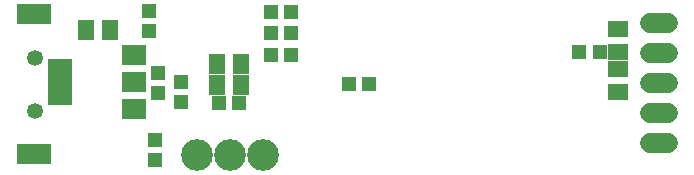
<source format=gbs>
G75*
%MOIN*%
%OFA0B0*%
%FSLAX24Y24*%
%IPPOS*%
%LPD*%
%AMOC8*
5,1,8,0,0,1.08239X$1,22.5*
%
%ADD10R,0.1181X0.0669*%
%ADD11R,0.0847X0.0651*%
%ADD12R,0.0847X0.1556*%
%ADD13R,0.0485X0.0473*%
%ADD14R,0.0572X0.0690*%
%ADD15R,0.0651X0.0572*%
%ADD16R,0.0473X0.0485*%
%ADD17R,0.0493X0.0454*%
%ADD18C,0.1060*%
%ADD19C,0.0532*%
%ADD20R,0.0454X0.0493*%
%ADD21C,0.0660*%
D10*
X007049Y002147D03*
X007049Y006832D03*
D11*
X010376Y005474D03*
X010376Y004569D03*
X010376Y003663D03*
D12*
X007895Y004569D03*
D13*
X011183Y004874D03*
X011183Y004185D03*
D14*
X013151Y004450D03*
X013939Y004450D03*
X013939Y005159D03*
X013151Y005159D03*
X009569Y006301D03*
X008781Y006301D03*
D15*
X026498Y006320D03*
X026498Y005572D03*
X026498Y004982D03*
X026498Y004234D03*
D16*
X025897Y005553D03*
X025208Y005553D03*
D17*
X013880Y003853D03*
X013210Y003853D03*
X011931Y003880D03*
X011931Y004549D03*
X010868Y006242D03*
X010868Y006911D03*
D18*
X012482Y002128D03*
X013584Y002128D03*
X014687Y002128D03*
D19*
X007088Y003584D03*
X007088Y005356D03*
D20*
X014943Y005474D03*
X015612Y005474D03*
X015612Y006183D03*
X014943Y006183D03*
X014943Y006891D03*
X015612Y006891D03*
X017541Y004490D03*
X018210Y004490D03*
X011065Y002620D03*
X011065Y001950D03*
D21*
X027576Y002529D02*
X028176Y002529D01*
X028176Y003529D02*
X027576Y003529D01*
X027576Y004529D02*
X028176Y004529D01*
X028176Y005529D02*
X027576Y005529D01*
X027576Y006529D02*
X028176Y006529D01*
M02*

</source>
